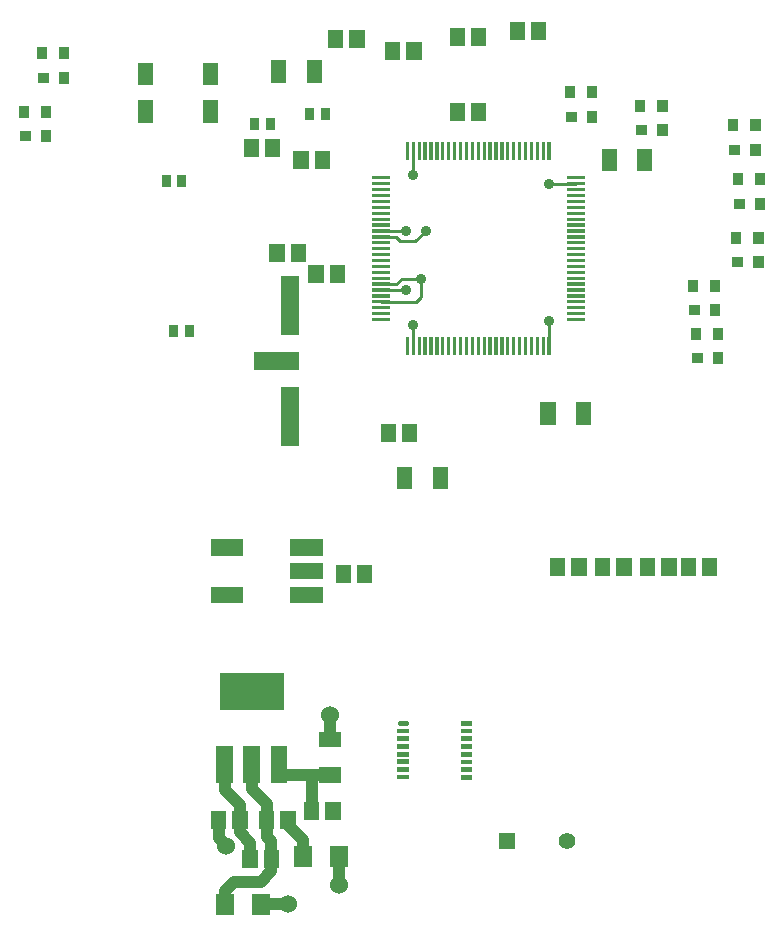
<source format=gbr>
G04 start of page 2 for group 0 idx 0 *
G04 Title: (unknown), 1top *
G04 Creator: pcb 20110918 *
G04 CreationDate: Mon Oct 15 17:27:05 2012 UTC *
G04 For: fosse *
G04 Format: Gerber/RS-274X *
G04 PCB-Dimensions: 600000 500000 *
G04 PCB-Coordinate-Origin: lower left *
%MOIN*%
%FSLAX25Y25*%
%LNTOP*%
%ADD30C,0.0300*%
%ADD29C,0.0350*%
%ADD28C,0.0200*%
%ADD27C,0.0600*%
%ADD26C,0.0360*%
%ADD25R,0.0160X0.0160*%
%ADD24C,0.0160*%
%ADD23R,0.0600X0.0600*%
%ADD22R,0.1220X0.1220*%
%ADD21R,0.0560X0.0560*%
%ADD20R,0.0551X0.0551*%
%ADD19R,0.0591X0.0591*%
%ADD18R,0.0295X0.0295*%
%ADD17R,0.0340X0.0340*%
%ADD16R,0.0512X0.0512*%
%ADD15R,0.0110X0.0110*%
%ADD14C,0.0550*%
%ADD13C,0.0001*%
%ADD12C,0.0400*%
%ADD11C,0.0100*%
G54D11*X272559Y391653D02*X263653D01*
X263622Y337441D02*Y345878D01*
X207441Y375906D02*X215906D01*
X218347Y402559D02*Y394653D01*
X207441Y373937D02*X212563D01*
X214000Y372500D01*
X219000D01*
X222500Y376000D01*
X218346Y337441D02*Y344654D01*
X207441Y356221D02*X215779D01*
X207441Y358189D02*X212689D01*
X214500Y360000D01*
X221000D01*
X207441Y352284D02*X219284D01*
X221000Y354000D01*
Y360000D01*
G54D12*X173500Y194500D02*X190405D01*
X190500Y194595D01*
X184457Y182500D02*Y194457D01*
X184500Y194500D01*
X190500Y206405D02*Y214500D01*
X164500Y198000D02*Y190000D01*
X169500Y185000D01*
X155500Y198000D02*Y189500D01*
X169500Y185000D02*Y179543D01*
X169457Y179500D01*
X176543D02*Y177957D01*
X181500Y173000D01*
X169457Y179500D02*Y174043D01*
X155500Y189500D02*X160500Y184500D01*
Y179543D01*
X160543Y179500D01*
X153457D02*Y173543D01*
X156000Y171000D01*
X160500Y179500D02*Y175500D01*
X169457Y174043D02*X171000Y172500D01*
X160500Y175500D02*X164000Y172000D01*
Y166543D01*
X163957Y166500D01*
X167500Y151500D02*X176500D01*
X171000Y172500D02*Y166543D01*
X171043Y166500D01*
Y162543D01*
X167500Y159000D01*
X193500Y167500D02*Y158000D01*
X181500Y173000D02*Y167500D01*
X167500Y159000D02*X158500D01*
X155500Y156000D01*
Y151500D01*
G54D13*G36*
X246750Y175250D02*Y169750D01*
X252250D01*
Y175250D01*
X246750D01*
G37*
G54D14*X269500Y172500D03*
G54D15*X216378Y339890D02*Y334992D01*
X218346Y339890D02*Y334992D01*
X220315Y339890D02*Y334992D01*
X222283Y339890D02*Y334992D01*
X224252Y339890D02*Y334992D01*
X226220Y339890D02*Y334992D01*
X228189Y339890D02*Y334992D01*
X230157Y339890D02*Y334992D01*
G54D16*X227310Y294681D02*Y292319D01*
X210000Y308893D02*Y308107D01*
X217086Y308893D02*Y308107D01*
G54D15*X232126Y339890D02*Y334992D01*
X234094Y339890D02*Y334992D01*
X236063Y339890D02*Y334992D01*
X238031Y339890D02*Y334992D01*
X240000Y339890D02*Y334992D01*
G54D17*X312800Y333500D02*X313100D01*
X319900Y333800D02*Y333200D01*
Y342000D02*Y341400D01*
X312500Y342000D02*Y341400D01*
G54D15*X241968Y339890D02*Y334992D01*
X243937Y339890D02*Y334992D01*
X245905Y339890D02*Y334992D01*
X247874Y339890D02*Y334992D01*
X249842Y339890D02*Y334992D01*
X251811Y339890D02*Y334992D01*
X253779Y339890D02*Y334992D01*
X255748Y339890D02*Y334992D01*
X257716Y339890D02*Y334992D01*
X259685Y339890D02*Y334992D01*
X261653Y339890D02*Y334992D01*
X263622Y339890D02*Y334992D01*
G54D16*X263190Y316181D02*Y313819D01*
X275000Y316181D02*Y313819D01*
X266457Y264393D02*Y263607D01*
X273543Y264393D02*Y263607D01*
X281457Y264393D02*Y263607D01*
X288543Y264393D02*Y263607D01*
X296500Y264393D02*Y263607D01*
X303586Y264393D02*Y263607D01*
X310000Y264393D02*Y263607D01*
X317086Y264393D02*Y263607D01*
G54D15*X204992Y377874D02*X209890D01*
X204992Y375906D02*X209890D01*
X204992Y373937D02*X209890D01*
X204992Y371969D02*X209890D01*
X204992Y370000D02*X209890D01*
X204992Y387717D02*X209890D01*
X204992Y385748D02*X209890D01*
X204992Y383780D02*X209890D01*
X204992Y381811D02*X209890D01*
X204992Y393622D02*X209890D01*
X204992Y391654D02*X209890D01*
X204992Y389685D02*X209890D01*
X204992Y379843D02*X209890D01*
G54D16*X180914Y399893D02*Y399107D01*
X188000Y399893D02*Y399107D01*
G54D15*X204992Y368032D02*X209890D01*
X204992Y366063D02*X209890D01*
X204992Y364095D02*X209890D01*
X204992Y362126D02*X209890D01*
X204992Y360158D02*X209890D01*
X204992Y358189D02*X209890D01*
X204992Y356221D02*X209890D01*
X204992Y354252D02*X209890D01*
X204992Y352284D02*X209890D01*
X204992Y350315D02*X209890D01*
X204992Y348347D02*X209890D01*
X204992Y346378D02*X209890D01*
G54D18*X138500Y342992D02*Y342008D01*
X143618Y342992D02*Y342008D01*
G54D16*X185957Y361893D02*Y361107D01*
X172957Y368893D02*Y368107D01*
X180043Y368893D02*Y368107D01*
G54D19*X177165Y358000D02*Y344220D01*
G54D16*X193043Y361893D02*Y361107D01*
X164414Y403893D02*Y403107D01*
G54D18*X165500Y411992D02*Y411008D01*
G54D16*X171500Y403893D02*Y403107D01*
X173500Y430181D02*Y427819D01*
G54D18*X170618Y411992D02*Y411008D01*
X183882Y415492D02*Y414508D01*
X189000Y415492D02*Y414508D01*
G54D16*X185310Y430181D02*Y427819D01*
X192500Y440393D02*Y439607D01*
X199586Y440393D02*Y439607D01*
X211500Y436393D02*Y435607D01*
X218586Y436393D02*Y435607D01*
X233000Y440893D02*Y440107D01*
X240086Y440893D02*Y440107D01*
X253000Y442893D02*Y442107D01*
X260086Y442893D02*Y442107D01*
G54D18*X136000Y392992D02*Y392008D01*
G54D16*X129173Y416882D02*Y414520D01*
G54D18*X141118Y392992D02*Y392008D01*
G54D17*X88800Y407500D02*X89100D01*
X95900Y407800D02*Y407200D01*
Y416000D02*Y415400D01*
X88500Y416000D02*Y415400D01*
X94800Y427000D02*X95100D01*
X101900Y427300D02*Y426700D01*
Y435500D02*Y434900D01*
G54D16*X129173Y429480D02*Y427118D01*
G54D17*X94500Y435500D02*Y434900D01*
G54D16*X150827Y429480D02*Y427118D01*
Y416882D02*Y414520D01*
G54D15*X270110Y346378D02*X275008D01*
X270110Y348346D02*X275008D01*
X270110Y350315D02*X275008D01*
X270110Y352283D02*X275008D01*
X270110Y354252D02*X275008D01*
X270110Y356220D02*X275008D01*
X270110Y358189D02*X275008D01*
X270110Y360157D02*X275008D01*
G54D17*X311800Y349500D02*X312100D01*
X318900Y349800D02*Y349200D01*
Y358000D02*Y357400D01*
X311500Y358000D02*Y357400D01*
G54D15*X270110Y362126D02*X275008D01*
X270110Y364094D02*X275008D01*
X270110Y366063D02*X275008D01*
X270110Y368031D02*X275008D01*
X270110Y370000D02*X275008D01*
X247874Y405008D02*Y400110D01*
X245906Y405008D02*Y400110D01*
X243937Y405008D02*Y400110D01*
X241969Y405008D02*Y400110D01*
X240000Y405008D02*Y400110D01*
X238032Y405008D02*Y400110D01*
X236063Y405008D02*Y400110D01*
X234095Y405008D02*Y400110D01*
X232126Y405008D02*Y400110D01*
X230158Y405008D02*Y400110D01*
X228189Y405008D02*Y400110D01*
X226221Y405008D02*Y400110D01*
X224252Y405008D02*Y400110D01*
X222284Y405008D02*Y400110D01*
X220315Y405008D02*Y400110D01*
X218347Y405008D02*Y400110D01*
X216378Y405008D02*Y400110D01*
G54D16*X233000Y415893D02*Y415107D01*
X240086Y415893D02*Y415107D01*
G54D15*X270110Y371968D02*X275008D01*
X270110Y373937D02*X275008D01*
X270110Y375905D02*X275008D01*
X270110Y377874D02*X275008D01*
X270110Y379842D02*X275008D01*
X270110Y381811D02*X275008D01*
X270110Y383779D02*X275008D01*
X270110Y385748D02*X275008D01*
X270110Y387716D02*X275008D01*
X270110Y389685D02*X275008D01*
X270110Y391653D02*X275008D01*
X270110Y393622D02*X275008D01*
G54D17*X326800Y385000D02*X327100D01*
X326500Y393500D02*Y392900D01*
X326300Y365500D02*X326600D01*
X326000Y374000D02*Y373400D01*
X333900Y385300D02*Y384700D01*
Y393500D02*Y392900D01*
X333400Y365800D02*Y365200D01*
Y374000D02*Y373400D01*
G54D15*X263622Y405008D02*Y400110D01*
G54D17*X270800Y414000D02*X271100D01*
X277900Y414300D02*Y413700D01*
Y422500D02*Y421900D01*
X270500Y422500D02*Y421900D01*
G54D15*X261654Y405008D02*Y400110D01*
X259685Y405008D02*Y400110D01*
X257717Y405008D02*Y400110D01*
X255748Y405008D02*Y400110D01*
X253780Y405008D02*Y400110D01*
X251811Y405008D02*Y400110D01*
X249843Y405008D02*Y400110D01*
G54D17*X325300Y403000D02*X325600D01*
X332400Y403300D02*Y402700D01*
Y411500D02*Y410900D01*
X325000Y411500D02*Y410900D01*
X294300Y409500D02*X294600D01*
X301400Y409800D02*Y409200D01*
Y418000D02*Y417400D01*
X294000Y418000D02*Y417400D01*
G54D16*X283690Y400681D02*Y398319D01*
X295500Y400681D02*Y398319D01*
X215500Y294681D02*Y292319D01*
X195000Y261893D02*Y261107D01*
X202086Y261893D02*Y261107D01*
G54D20*X180130Y270374D02*X185445D01*
G54D19*X177165Y320992D02*Y307212D01*
X168307Y332606D02*X177165D01*
G54D20*X180130Y262500D02*X185445D01*
X180130Y254626D02*X185445D01*
X153555Y270374D02*X158870D01*
X153555Y254626D02*X158870D01*
G54D21*X155500Y201300D02*Y194700D01*
X164500Y201300D02*Y194700D01*
X173600Y201300D02*Y194700D01*
G54D22*X160000Y222400D02*X169000D01*
G54D16*X184457Y182893D02*Y182107D01*
G54D23*X181500Y168000D02*Y167000D01*
X193500Y168000D02*Y167000D01*
G54D16*X191543Y182893D02*Y182107D01*
X189319Y206405D02*X191681D01*
X189319Y194595D02*X191681D01*
X169457Y179893D02*Y179107D01*
X153457Y179893D02*Y179107D01*
X160543Y179893D02*Y179107D01*
X176543Y179893D02*Y179107D01*
X163957Y166893D02*Y166107D01*
X171043Y166893D02*Y166107D01*
G54D23*X155500Y152000D02*Y151000D01*
X167500Y152000D02*Y151000D01*
G54D24*X213800Y211800D02*X216000D01*
G54D25*X213800Y209200D02*X216000D01*
X213800Y206700D02*X216000D01*
X213800Y204100D02*X216000D01*
X213800Y201500D02*X216000D01*
X213800Y199000D02*X216000D01*
X213800Y196400D02*X216000D01*
X213800Y193900D02*X216000D01*
X235000Y193800D02*X237200D01*
X235000Y196400D02*X237200D01*
X235000Y198900D02*X237200D01*
X235000Y201500D02*X237200D01*
X235000Y204100D02*X237200D01*
X235000Y206600D02*X237200D01*
X235000Y209200D02*X237200D01*
X235000Y211700D02*X237200D01*
G54D26*X215906Y375906D03*
X215779Y356221D03*
X218346Y344654D03*
X263622Y345878D03*
X221000Y360000D03*
X218347Y394653D03*
X263653Y391653D03*
X222500Y376000D03*
G54D27*X190500Y214500D03*
X176500Y151500D03*
X156000Y171000D03*
X193500Y158000D03*
G54D28*G54D29*G54D30*M02*

</source>
